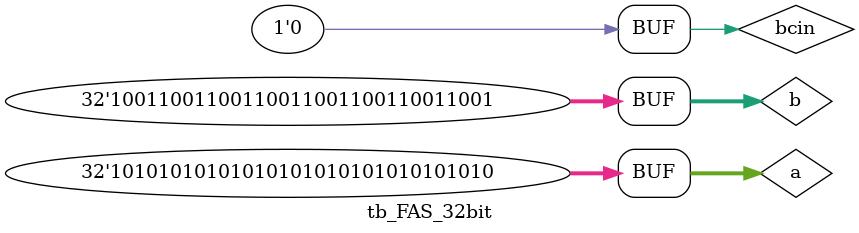
<source format=v>
`timescale 1ns / 1ps

module tb_FAS_32bit;

	// Inputs
	reg [31:0] a;
	reg [31:0] b;
	reg bcin;

	// Outputs
	wire [31:0] sum;
	wire [31:0] diff;
	wire cout;
	wire bout;

	// Instantiate the Unit Under Test (UUT)
	FAS_32bit uut (
		.a(a), 
		.b(b), 
		.bcin(bcin), 
		.sum(sum), 
		.diff(diff), 
		.cout(cout), 
		.bout(bout)
	);

	initial begin
		// Initialize Inputs
		a = 0; b = 0; bcin = 0;

		// Wait 100 ns for global reset to finish
		//Hexa used istead of binary
		//32 is omiited
		#50; a= 'H25ca25ca; b='Hac25ac25; bcin=0;//Underflow
		#50; a= 'H2525fafa; b='Hfc25fc25; bcin=0;//Underflow,Overflow
		#50; a= 'H29ca29ca; b='Ha6c5a6c5; bcin=0;//Underflow
		#50; a= 'H21aa21aa; b='Hd355d355; bcin=0;//Underflow
		#50; a= 'H2225a25a; b='Haa9c59c5; bcin=0;//Underflow
		#50; a= 'H2f2a2f2a; b='H1c21c2aa; bcin=0;//
		#50; a= 'Hffffaffa; b='H51513a3a; bcin=0;//Overflow
		#50; a= 'Hff2aa2aa; b='H98198122; bcin=0;//Overflow
		#50; a= 'Hd5cad5ca; b='Hbebeeeee; bcin=0;//Overflow
		#50; a= 'Ha5a5dada; b='H1192c92c; bcin=0;//
		#50; a= 'H001001aa; b='H00190019; bcin=0;//Underflow
		#50; a= 'Haaaaaaaa; b='H99999999; bcin=0;//Overflow
        
		// Add stimulus here

	end
      
endmodule


</source>
